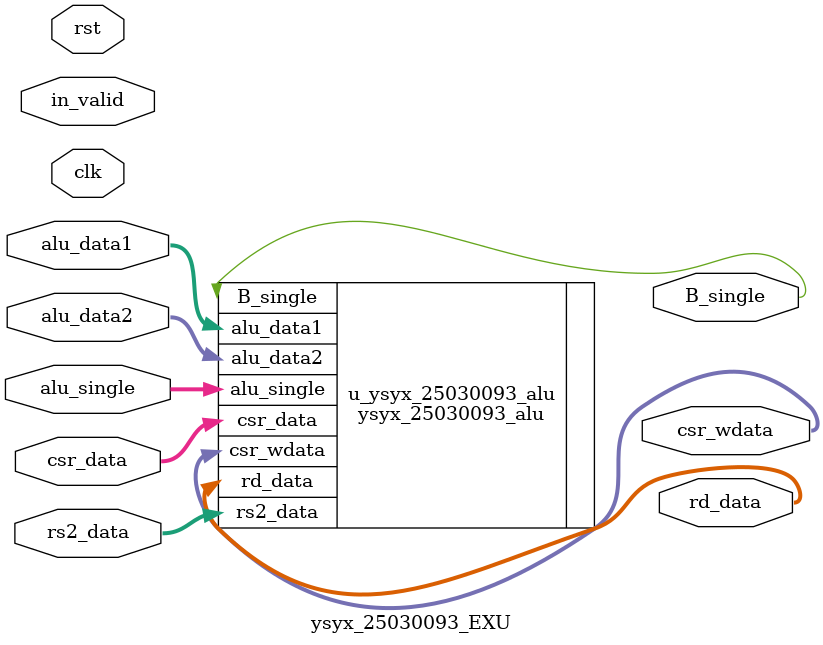
<source format=v>
module ysyx_25030093_EXU(
    input clk,
    input rst,
    input [4:0] alu_single,
    input wire [31:0] rs2_data,
    output reg [31:0] rd_data,
    output reg B_single,
    input wire [31:0] csr_data,
    output reg [31:0] csr_wdata,
    input [31:0] alu_data2,
    input [31:0] alu_data1,
    input in_valid
);

reg state;
always @(posedge clk) begin
    if(rst)begin
        
    end
end






ysyx_25030093_alu u_ysyx_25030093_alu(
    .alu_single  (alu_single),
    .rs2_data       (rs2_data),
    .rd_data      	(rd_data       ),
    
    .B_single        (B_single),
     .csr_data   (csr_data),
    .csr_wdata  (csr_wdata),
    .alu_data2  (alu_data2),
    .alu_data1  ( alu_data1)
);


endmodule
</source>
